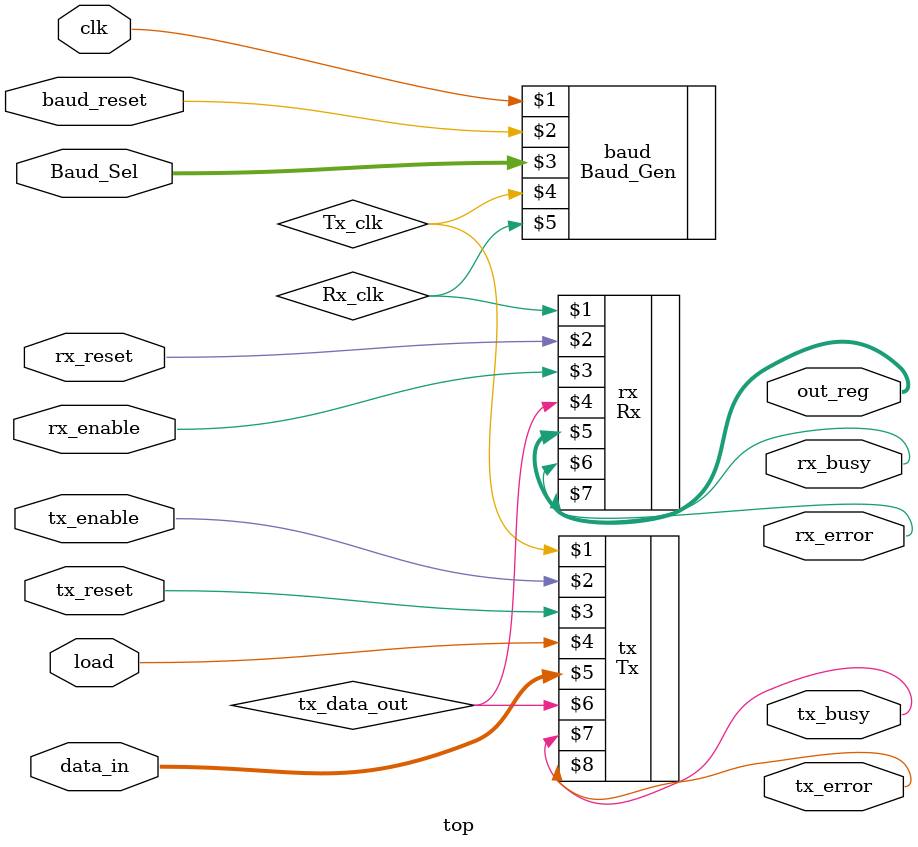
<source format=v>
module top(
input clk ,
input baud_reset ,
input tx_reset ,
input rx_reset ,
input [2:0] Baud_Sel ,
input tx_enable ,
input rx_enable ,
input load ,
input [7:0] data_in,
output  tx_busy,
output rx_busy,
output  tx_error ,output  rx_error ,
output  [7:0] out_reg
);

 wire Tx_clk ;
 wire Rx_clk ;
 wire tx_data_out ;

Baud_Gen baud(
clk ,
baud_reset,
Baud_Sel ,
Tx_clk ,
Rx_clk 
);


Tx tx(
     Tx_clk, 
     tx_enable,
     tx_reset,
     load,
     data_in,
     tx_data_out, 
     tx_busy,   
     tx_error   
);

Rx rx(
 Rx_clk ,
 rx_reset,
 rx_enable ,
 tx_data_out,
 out_reg, 
 rx_busy ,
 rx_error
); 

endmodule 

</source>
